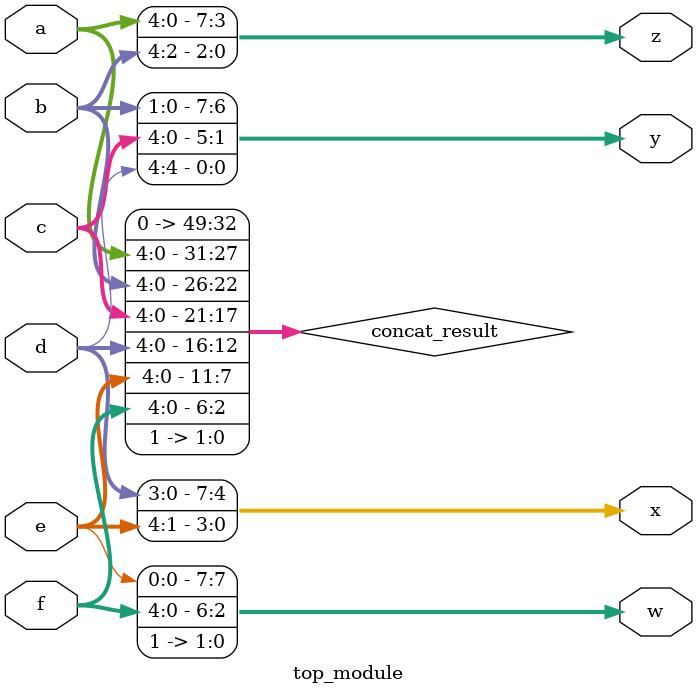
<source format=sv>
module top_module (
    input [4:0] a,
    input [4:0] b,
    input [4:0] c,
    input [4:0] d,
    input [4:0] e,
    input [4:0] f,
    output [7:0] w,
    output [7:0] x,
    output [7:0] y,
    output [7:0] z
);
    wire [49:0] concat_result;

    assign concat_result = {a, b, c, d, e, f, 2'b11};

    assign w = concat_result[7:0];
    assign x = concat_result[15:8];
    assign y = concat_result[23:16];
    assign z = concat_result[31:24];

endmodule

</source>
